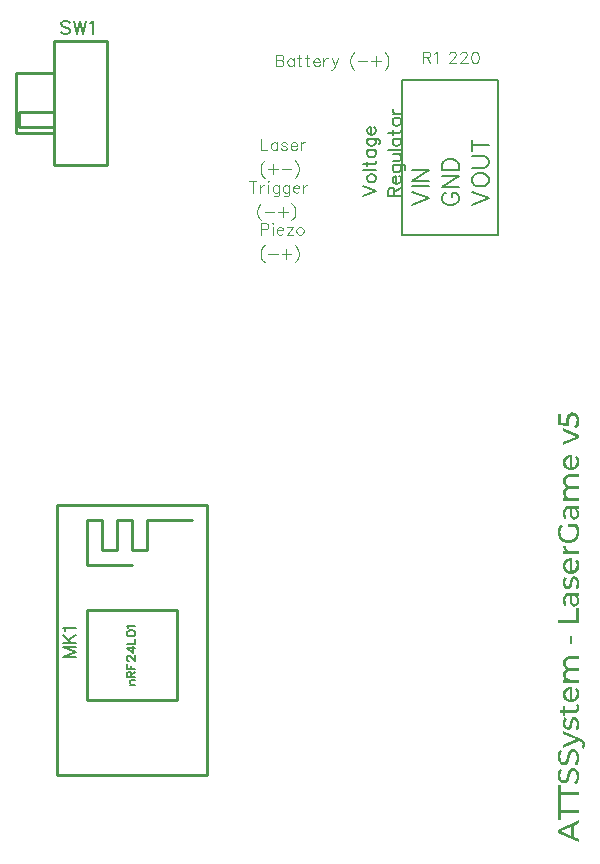
<source format=gto>
G04 ---------------------------- Layer name :TOP SILK LAYER*
G04 EasyEDA v5.6.15, Mon, 30 Jul 2018 20:20:11 GMT*
G04 7679f8372ec74d379c0269816b79f434*
G04 Gerber Generator version 0.2*
G04 Scale: 100 percent, Rotated: No, Reflected: No *
G04 Dimensions in inches *
G04 leading zeros omitted , absolute positions ,2 integer and 4 decimal *
%FSLAX24Y24*%
%MOIN*%
G90*
G70D02*

%ADD10C,0.005000*%
%ADD11C,0.010000*%
%ADD22C,0.007000*%
%ADD23C,0.008000*%
%ADD24C,0.004000*%

%LPD*%
G54D10*
G01X13002Y20598D02*
G01X13002Y25748D01*
G01X16202Y25748D01*
G01X16202Y20598D01*
G01X13002Y20598D01*
G54D11*
G01X1500Y2600D02*
G01X6500Y2600D01*
G01X1500Y2600D02*
G01X1500Y11600D01*
G01X6500Y2600D02*
G01X6500Y11600D01*
G01X1500Y11600D01*
G01X4000Y9600D02*
G01X2500Y9600D01*
G01X2500Y11100D01*
G01X3000Y11100D01*
G01X3000Y10100D01*
G01X3500Y10100D01*
G01X3500Y11100D01*
G01X4000Y11100D01*
G01X4000Y10100D01*
G01X4500Y10100D01*
G01X4500Y11100D01*
G01X6000Y11100D01*
G01X2500Y5100D02*
G01X5500Y5100D01*
G01X5500Y8100D01*
G01X2500Y8100D01*
G01X2500Y5100D01*
G01X3185Y22920D02*
G01X3185Y23018D01*
G01X3185Y27054D01*
G01X1414Y27054D01*
G01X1414Y22920D01*
G01X3185Y22920D01*
G01X1414Y24003D02*
G01X134Y24003D01*
G01X134Y25971D01*
G01X1414Y25971D01*
G01X1414Y24200D02*
G01X233Y24200D01*
G01X233Y24692D01*
G01X1414Y24692D01*
G54D22*
G01X11700Y21878D02*
G01X12129Y22042D01*
G01X11700Y22205D02*
G01X12129Y22042D01*
G01X11843Y22444D02*
G01X11863Y22403D01*
G01X11904Y22361D01*
G01X11965Y22340D01*
G01X12006Y22340D01*
G01X12068Y22361D01*
G01X12109Y22403D01*
G01X12129Y22444D01*
G01X12129Y22505D01*
G01X12109Y22546D01*
G01X12068Y22586D01*
G01X12006Y22607D01*
G01X11965Y22607D01*
G01X11904Y22586D01*
G01X11863Y22546D01*
G01X11843Y22505D01*
G01X11843Y22444D01*
G01X11700Y22742D02*
G01X12129Y22742D01*
G01X11700Y22938D02*
G01X12047Y22938D01*
G01X12109Y22959D01*
G01X12129Y23000D01*
G01X12129Y23040D01*
G01X11843Y22877D02*
G01X11843Y23019D01*
G01X11843Y23421D02*
G01X12129Y23421D01*
G01X11904Y23421D02*
G01X11863Y23380D01*
G01X11843Y23338D01*
G01X11843Y23278D01*
G01X11863Y23236D01*
G01X11904Y23196D01*
G01X11965Y23176D01*
G01X12006Y23176D01*
G01X12068Y23196D01*
G01X12109Y23236D01*
G01X12129Y23278D01*
G01X12129Y23338D01*
G01X12109Y23380D01*
G01X12068Y23421D01*
G01X11843Y23802D02*
G01X12170Y23802D01*
G01X12231Y23780D01*
G01X12252Y23761D01*
G01X12272Y23719D01*
G01X12272Y23659D01*
G01X12252Y23617D01*
G01X11904Y23802D02*
G01X11863Y23761D01*
G01X11843Y23719D01*
G01X11843Y23659D01*
G01X11863Y23617D01*
G01X11904Y23577D01*
G01X11965Y23555D01*
G01X12006Y23555D01*
G01X12068Y23577D01*
G01X12109Y23617D01*
G01X12129Y23659D01*
G01X12129Y23719D01*
G01X12109Y23761D01*
G01X12068Y23802D01*
G01X11965Y23936D02*
G01X11965Y24182D01*
G01X11925Y24182D01*
G01X11884Y24161D01*
G01X11863Y24140D01*
G01X11843Y24100D01*
G01X11843Y24038D01*
G01X11863Y23998D01*
G01X11904Y23957D01*
G01X11965Y23936D01*
G01X12006Y23936D01*
G01X12068Y23957D01*
G01X12109Y23998D01*
G01X12129Y24038D01*
G01X12129Y24100D01*
G01X12109Y24140D01*
G01X12068Y24182D01*
G01X12550Y21878D02*
G01X12979Y21878D01*
G01X12550Y21878D02*
G01X12550Y22063D01*
G01X12570Y22123D01*
G01X12590Y22144D01*
G01X12631Y22165D01*
G01X12672Y22165D01*
G01X12713Y22144D01*
G01X12734Y22123D01*
G01X12754Y22063D01*
G01X12754Y21878D01*
G01X12754Y22021D02*
G01X12979Y22165D01*
G01X12815Y22300D02*
G01X12815Y22546D01*
G01X12775Y22546D01*
G01X12734Y22525D01*
G01X12713Y22505D01*
G01X12693Y22463D01*
G01X12693Y22403D01*
G01X12713Y22361D01*
G01X12754Y22321D01*
G01X12815Y22300D01*
G01X12856Y22300D01*
G01X12918Y22321D01*
G01X12959Y22361D01*
G01X12979Y22403D01*
G01X12979Y22463D01*
G01X12959Y22505D01*
G01X12918Y22546D01*
G01X12693Y22926D02*
G01X13020Y22926D01*
G01X13081Y22905D01*
G01X13102Y22884D01*
G01X13122Y22844D01*
G01X13122Y22782D01*
G01X13102Y22742D01*
G01X12754Y22926D02*
G01X12713Y22884D01*
G01X12693Y22844D01*
G01X12693Y22782D01*
G01X12713Y22742D01*
G01X12754Y22701D01*
G01X12815Y22680D01*
G01X12856Y22680D01*
G01X12918Y22701D01*
G01X12959Y22742D01*
G01X12979Y22782D01*
G01X12979Y22844D01*
G01X12959Y22884D01*
G01X12918Y22926D01*
G01X12693Y23061D02*
G01X12897Y23061D01*
G01X12959Y23082D01*
G01X12979Y23123D01*
G01X12979Y23184D01*
G01X12959Y23225D01*
G01X12897Y23286D01*
G01X12693Y23286D02*
G01X12979Y23286D01*
G01X12550Y23421D02*
G01X12979Y23421D01*
G01X12693Y23802D02*
G01X12979Y23802D01*
G01X12754Y23802D02*
G01X12713Y23761D01*
G01X12693Y23719D01*
G01X12693Y23659D01*
G01X12713Y23617D01*
G01X12754Y23577D01*
G01X12815Y23555D01*
G01X12856Y23555D01*
G01X12918Y23577D01*
G01X12959Y23617D01*
G01X12979Y23659D01*
G01X12979Y23719D01*
G01X12959Y23761D01*
G01X12918Y23802D01*
G01X12550Y23998D02*
G01X12897Y23998D01*
G01X12959Y24019D01*
G01X12979Y24059D01*
G01X12979Y24100D01*
G01X12693Y23936D02*
G01X12693Y24080D01*
G01X12693Y24338D02*
G01X12713Y24296D01*
G01X12754Y24255D01*
G01X12815Y24234D01*
G01X12856Y24234D01*
G01X12918Y24255D01*
G01X12959Y24296D01*
G01X12979Y24338D01*
G01X12979Y24398D01*
G01X12959Y24440D01*
G01X12918Y24480D01*
G01X12856Y24501D01*
G01X12815Y24501D01*
G01X12754Y24480D01*
G01X12713Y24440D01*
G01X12693Y24398D01*
G01X12693Y24338D01*
G01X12693Y24636D02*
G01X12979Y24636D01*
G01X12815Y24636D02*
G01X12754Y24657D01*
G01X12713Y24698D01*
G01X12693Y24738D01*
G01X12693Y24800D01*
G54D23*
G01X13332Y21590D02*
G01X13905Y21807D01*
G01X13332Y22026D02*
G01X13905Y21807D01*
G01X13332Y22205D02*
G01X13905Y22205D01*
G01X13332Y22386D02*
G01X13905Y22386D01*
G01X13332Y22386D02*
G01X13905Y22767D01*
G01X13332Y22767D02*
G01X13905Y22767D01*
G01X14468Y21998D02*
G01X14414Y21971D01*
G01X14360Y21917D01*
G01X14332Y21863D01*
G01X14332Y21753D01*
G01X14360Y21698D01*
G01X14414Y21644D01*
G01X14468Y21617D01*
G01X14551Y21590D01*
G01X14686Y21590D01*
G01X14768Y21617D01*
G01X14823Y21644D01*
G01X14877Y21698D01*
G01X14905Y21753D01*
G01X14905Y21863D01*
G01X14877Y21917D01*
G01X14823Y21971D01*
G01X14768Y21998D01*
G01X14686Y21998D01*
G01X14686Y21863D02*
G01X14686Y21998D01*
G01X14332Y22178D02*
G01X14905Y22178D01*
G01X14332Y22178D02*
G01X14905Y22561D01*
G01X14332Y22561D02*
G01X14905Y22561D01*
G01X14332Y22740D02*
G01X14905Y22740D01*
G01X14332Y22740D02*
G01X14332Y22932D01*
G01X14360Y23013D01*
G01X14414Y23067D01*
G01X14468Y23094D01*
G01X14551Y23123D01*
G01X14686Y23123D01*
G01X14768Y23094D01*
G01X14823Y23067D01*
G01X14877Y23013D01*
G01X14905Y22932D01*
G01X14905Y22740D01*
G01X15332Y21590D02*
G01X15905Y21807D01*
G01X15332Y22026D02*
G01X15905Y21807D01*
G01X15332Y22369D02*
G01X15360Y22315D01*
G01X15414Y22261D01*
G01X15468Y22234D01*
G01X15551Y22205D01*
G01X15686Y22205D01*
G01X15768Y22234D01*
G01X15823Y22261D01*
G01X15877Y22315D01*
G01X15905Y22369D01*
G01X15905Y22478D01*
G01X15877Y22534D01*
G01X15823Y22588D01*
G01X15768Y22615D01*
G01X15686Y22642D01*
G01X15551Y22642D01*
G01X15468Y22615D01*
G01X15414Y22588D01*
G01X15360Y22534D01*
G01X15332Y22478D01*
G01X15332Y22369D01*
G01X15332Y22823D02*
G01X15742Y22823D01*
G01X15823Y22850D01*
G01X15877Y22905D01*
G01X15905Y22986D01*
G01X15905Y23040D01*
G01X15877Y23123D01*
G01X15823Y23177D01*
G01X15742Y23205D01*
G01X15332Y23205D01*
G01X15332Y23575D02*
G01X15905Y23575D01*
G01X15332Y23384D02*
G01X15332Y23765D01*
G54D22*
G01X1700Y6513D02*
G01X2129Y6513D01*
G01X1700Y6513D02*
G01X2129Y6677D01*
G01X1700Y6840D02*
G01X2129Y6677D01*
G01X1700Y6840D02*
G01X2129Y6840D01*
G01X1700Y6975D02*
G01X2129Y6975D01*
G01X1700Y7262D02*
G01X1986Y6975D01*
G01X1884Y7078D02*
G01X2129Y7262D01*
G01X1781Y7397D02*
G01X1761Y7438D01*
G01X1700Y7499D01*
G01X2129Y7499D01*
G54D10*
G01X3932Y5600D02*
G01X4123Y5600D01*
G01X3986Y5600D02*
G01X3944Y5640D01*
G01X3932Y5667D01*
G01X3932Y5709D01*
G01X3944Y5736D01*
G01X3986Y5750D01*
G01X4123Y5750D01*
G01X3836Y5840D02*
G01X4123Y5840D01*
G01X3836Y5840D02*
G01X3836Y5963D01*
G01X3850Y6003D01*
G01X3863Y6017D01*
G01X3890Y6030D01*
G01X3917Y6030D01*
G01X3944Y6017D01*
G01X3959Y6003D01*
G01X3973Y5963D01*
G01X3973Y5840D01*
G01X3973Y5934D02*
G01X4123Y6030D01*
G01X3836Y6121D02*
G01X4123Y6121D01*
G01X3836Y6121D02*
G01X3836Y6298D01*
G01X3973Y6121D02*
G01X3973Y6230D01*
G01X3905Y6401D02*
G01X3890Y6401D01*
G01X3863Y6415D01*
G01X3850Y6428D01*
G01X3836Y6455D01*
G01X3836Y6511D01*
G01X3850Y6538D01*
G01X3863Y6551D01*
G01X3890Y6565D01*
G01X3917Y6565D01*
G01X3944Y6551D01*
G01X3986Y6525D01*
G01X4123Y6388D01*
G01X4123Y6578D01*
G01X3836Y6805D02*
G01X4026Y6669D01*
G01X4026Y6873D01*
G01X3836Y6805D02*
G01X4123Y6805D01*
G01X3836Y6963D02*
G01X4123Y6963D01*
G01X4123Y6963D02*
G01X4123Y7126D01*
G01X3836Y7298D02*
G01X3850Y7257D01*
G01X3890Y7230D01*
G01X3959Y7217D01*
G01X4000Y7217D01*
G01X4067Y7230D01*
G01X4109Y7257D01*
G01X4123Y7298D01*
G01X4123Y7326D01*
G01X4109Y7367D01*
G01X4067Y7394D01*
G01X4000Y7407D01*
G01X3959Y7407D01*
G01X3890Y7394D01*
G01X3850Y7367D01*
G01X3836Y7326D01*
G01X3836Y7298D01*
G01X3890Y7498D02*
G01X3876Y7525D01*
G01X3836Y7565D01*
G01X4123Y7565D01*
G54D22*
G01X1936Y27659D02*
G01X1894Y27700D01*
G01X1834Y27719D01*
G01X1751Y27719D01*
G01X1690Y27700D01*
G01X1650Y27659D01*
G01X1650Y27617D01*
G01X1669Y27577D01*
G01X1690Y27557D01*
G01X1732Y27536D01*
G01X1855Y27494D01*
G01X1894Y27475D01*
G01X1915Y27453D01*
G01X1936Y27413D01*
G01X1936Y27352D01*
G01X1894Y27311D01*
G01X1834Y27290D01*
G01X1751Y27290D01*
G01X1690Y27311D01*
G01X1650Y27352D01*
G01X2071Y27719D02*
G01X2173Y27290D01*
G01X2276Y27719D02*
G01X2173Y27290D01*
G01X2276Y27719D02*
G01X2378Y27290D01*
G01X2480Y27719D02*
G01X2378Y27290D01*
G01X2615Y27638D02*
G01X2655Y27659D01*
G01X2717Y27719D01*
G01X2717Y27290D01*

%LPD*%
G36*
G01X18907Y444D02*
G01X18907Y342D01*
G01X18207Y659D01*
G01X18207Y757D01*
G01X18907Y1076D01*
G01X18907Y971D01*
G01X18732Y894D01*
G01X18732Y521D01*
G01X18907Y444D01*
G37*

%LPC*%
G36*
G01X18310Y707D02*
G01X18652Y557D01*
G01X18652Y859D01*
G01X18310Y707D01*
G37*

%LPD*%
G36*
G01X18294Y1078D02*
G01X18207Y1078D01*
G01X18207Y1657D01*
G01X18294Y1657D01*
G01X18294Y1417D01*
G01X18907Y1417D01*
G01X18907Y1319D01*
G01X18294Y1319D01*
G01X18294Y1078D01*
G37*

%LPC*%

%LPD*%
G36*
G01X18294Y1665D02*
G01X18207Y1665D01*
G01X18207Y2244D01*
G01X18294Y2244D01*
G01X18294Y2005D01*
G01X18907Y2005D01*
G01X18907Y1905D01*
G01X18294Y1905D01*
G01X18294Y1665D01*
G37*

%LPC*%

%LPD*%
G36*
G01X18863Y2340D02*
G01X18827Y2290D01*
G01X18750Y2326D01*
G01X18782Y2372D01*
G01X18807Y2430D01*
G01X18825Y2492D01*
G01X18831Y2557D01*
G01X18823Y2634D01*
G01X18801Y2688D01*
G01X18767Y2720D01*
G01X18722Y2730D01*
G01X18705Y2729D01*
G01X18690Y2725D01*
G01X18676Y2717D01*
G01X18664Y2707D01*
G01X18653Y2695D01*
G01X18644Y2681D01*
G01X18636Y2666D01*
G01X18630Y2650D01*
G01X18617Y2607D01*
G01X18602Y2551D01*
G01X18584Y2480D01*
G01X18564Y2425D01*
G01X18540Y2379D01*
G01X18506Y2342D01*
G01X18460Y2315D01*
G01X18400Y2307D01*
G01X18346Y2314D01*
G01X18298Y2336D01*
G01X18258Y2373D01*
G01X18227Y2426D01*
G01X18215Y2457D01*
G01X18206Y2493D01*
G01X18201Y2532D01*
G01X18200Y2575D01*
G01X18203Y2636D01*
G01X18215Y2696D01*
G01X18235Y2752D01*
G01X18261Y2800D01*
G01X18342Y2767D01*
G01X18317Y2721D01*
G01X18298Y2673D01*
G01X18292Y2648D01*
G01X18288Y2623D01*
G01X18285Y2599D01*
G01X18285Y2575D01*
G01X18292Y2500D01*
G01X18315Y2448D01*
G01X18351Y2415D01*
G01X18396Y2405D01*
G01X18413Y2406D01*
G01X18428Y2411D01*
G01X18442Y2418D01*
G01X18453Y2428D01*
G01X18464Y2441D01*
G01X18474Y2455D01*
G01X18482Y2471D01*
G01X18489Y2488D01*
G01X18495Y2508D01*
G01X18502Y2530D01*
G01X18509Y2556D01*
G01X18515Y2584D01*
G01X18535Y2656D01*
G01X18553Y2711D01*
G01X18577Y2756D01*
G01X18611Y2794D01*
G01X18657Y2820D01*
G01X18717Y2828D01*
G01X18769Y2821D01*
G01X18817Y2798D01*
G01X18857Y2761D01*
G01X18889Y2707D01*
G01X18900Y2675D01*
G01X18909Y2640D01*
G01X18914Y2600D01*
G01X18915Y2557D01*
G01X18914Y2518D01*
G01X18909Y2480D01*
G01X18902Y2442D01*
G01X18890Y2405D01*
G01X18863Y2340D01*
G37*

%LPC*%

%LPD*%
G36*
G01X18863Y2961D02*
G01X18827Y2911D01*
G01X18750Y2948D01*
G01X18782Y2993D01*
G01X18807Y3051D01*
G01X18825Y3113D01*
G01X18831Y3178D01*
G01X18823Y3255D01*
G01X18801Y3309D01*
G01X18767Y3341D01*
G01X18722Y3351D01*
G01X18705Y3350D01*
G01X18690Y3346D01*
G01X18676Y3338D01*
G01X18664Y3328D01*
G01X18653Y3316D01*
G01X18644Y3302D01*
G01X18636Y3287D01*
G01X18630Y3271D01*
G01X18617Y3228D01*
G01X18602Y3173D01*
G01X18584Y3101D01*
G01X18564Y3046D01*
G01X18540Y3000D01*
G01X18506Y2963D01*
G01X18460Y2936D01*
G01X18400Y2928D01*
G01X18346Y2935D01*
G01X18298Y2957D01*
G01X18258Y2994D01*
G01X18227Y3046D01*
G01X18215Y3078D01*
G01X18206Y3114D01*
G01X18201Y3153D01*
G01X18200Y3196D01*
G01X18203Y3257D01*
G01X18215Y3317D01*
G01X18235Y3373D01*
G01X18261Y3421D01*
G01X18342Y3388D01*
G01X18317Y3342D01*
G01X18298Y3294D01*
G01X18292Y3269D01*
G01X18288Y3244D01*
G01X18285Y3220D01*
G01X18285Y3196D01*
G01X18292Y3121D01*
G01X18315Y3069D01*
G01X18351Y3036D01*
G01X18396Y3026D01*
G01X18413Y3027D01*
G01X18428Y3032D01*
G01X18442Y3039D01*
G01X18453Y3050D01*
G01X18464Y3062D01*
G01X18474Y3076D01*
G01X18482Y3092D01*
G01X18489Y3109D01*
G01X18495Y3129D01*
G01X18502Y3151D01*
G01X18509Y3177D01*
G01X18515Y3205D01*
G01X18535Y3277D01*
G01X18553Y3332D01*
G01X18577Y3377D01*
G01X18611Y3415D01*
G01X18657Y3441D01*
G01X18717Y3450D01*
G01X18769Y3442D01*
G01X18817Y3419D01*
G01X18857Y3382D01*
G01X18889Y3328D01*
G01X18900Y3296D01*
G01X18909Y3261D01*
G01X18914Y3221D01*
G01X18915Y3178D01*
G01X18914Y3139D01*
G01X18909Y3101D01*
G01X18902Y3063D01*
G01X18890Y3026D01*
G01X18863Y2961D01*
G37*

%LPC*%

%LPD*%
G36*
G01X19070Y3481D02*
G01X19059Y3469D01*
G01X18986Y3509D01*
G01X19016Y3554D01*
G01X19026Y3605D01*
G01X19024Y3621D01*
G01X19021Y3637D01*
G01X19015Y3651D01*
G01X19006Y3663D01*
G01X18996Y3675D01*
G01X18982Y3686D01*
G01X18964Y3696D01*
G01X18943Y3705D01*
G01X18906Y3723D01*
G01X18377Y3488D01*
G01X18377Y3588D01*
G01X18802Y3773D01*
G01X18377Y3957D01*
G01X18377Y4051D01*
G01X18960Y3794D01*
G01X19030Y3757D01*
G01X19075Y3715D01*
G01X19099Y3664D01*
G01X19107Y3605D01*
G01X19107Y3585D01*
G01X19104Y3566D01*
G01X19100Y3548D01*
G01X19094Y3530D01*
G01X19088Y3512D01*
G01X19080Y3496D01*
G01X19070Y3481D01*
G37*

%LPC*%

%LPD*%
G36*
G01X18876Y4114D02*
G01X18852Y4073D01*
G01X18776Y4113D01*
G01X18787Y4132D01*
G01X18798Y4152D01*
G01X18807Y4175D01*
G01X18815Y4198D01*
G01X18827Y4249D01*
G01X18831Y4300D01*
G01X18826Y4355D01*
G01X18813Y4394D01*
G01X18790Y4418D01*
G01X18759Y4426D01*
G01X18747Y4425D01*
G01X18737Y4421D01*
G01X18728Y4416D01*
G01X18721Y4409D01*
G01X18714Y4400D01*
G01X18708Y4390D01*
G01X18703Y4378D01*
G01X18700Y4367D01*
G01X18696Y4352D01*
G01X18693Y4335D01*
G01X18689Y4316D01*
G01X18685Y4294D01*
G01X18675Y4236D01*
G01X18663Y4190D01*
G01X18655Y4170D01*
G01X18645Y4151D01*
G01X18633Y4135D01*
G01X18618Y4119D01*
G01X18602Y4107D01*
G01X18581Y4098D01*
G01X18558Y4092D01*
G01X18531Y4090D01*
G01X18467Y4105D01*
G01X18415Y4151D01*
G01X18397Y4183D01*
G01X18383Y4221D01*
G01X18375Y4263D01*
G01X18372Y4311D01*
G01X18376Y4365D01*
G01X18385Y4417D01*
G01X18393Y4443D01*
G01X18401Y4466D01*
G01X18410Y4486D01*
G01X18421Y4505D01*
G01X18497Y4463D01*
G01X18478Y4430D01*
G01X18465Y4393D01*
G01X18457Y4353D01*
G01X18455Y4311D01*
G01X18456Y4282D01*
G01X18460Y4257D01*
G01X18466Y4235D01*
G01X18475Y4217D01*
G01X18485Y4203D01*
G01X18498Y4194D01*
G01X18512Y4188D01*
G01X18527Y4186D01*
G01X18540Y4187D01*
G01X18551Y4190D01*
G01X18560Y4196D01*
G01X18568Y4203D01*
G01X18576Y4213D01*
G01X18581Y4224D01*
G01X18586Y4236D01*
G01X18590Y4248D01*
G01X18594Y4263D01*
G01X18598Y4280D01*
G01X18602Y4300D01*
G01X18606Y4323D01*
G01X18618Y4380D01*
G01X18630Y4426D01*
G01X18637Y4445D01*
G01X18647Y4463D01*
G01X18659Y4479D01*
G01X18672Y4494D01*
G01X18689Y4506D01*
G01X18709Y4515D01*
G01X18731Y4520D01*
G01X18756Y4521D01*
G01X18821Y4506D01*
G01X18871Y4461D01*
G01X18889Y4427D01*
G01X18903Y4388D01*
G01X18911Y4343D01*
G01X18914Y4292D01*
G01X18909Y4229D01*
G01X18896Y4167D01*
G01X18876Y4114D01*
G37*

%LPC*%

%LPD*%
G36*
G01X18456Y4565D02*
G01X18377Y4565D01*
G01X18377Y4655D01*
G01X18261Y4655D01*
G01X18261Y4751D01*
G01X18377Y4751D01*
G01X18377Y4903D01*
G01X18456Y4903D01*
G01X18456Y4751D01*
G01X18743Y4751D01*
G01X18764Y4753D01*
G01X18781Y4757D01*
G01X18797Y4764D01*
G01X18810Y4773D01*
G01X18819Y4785D01*
G01X18827Y4799D01*
G01X18831Y4816D01*
G01X18832Y4834D01*
G01X18831Y4856D01*
G01X18826Y4875D01*
G01X18818Y4893D01*
G01X18807Y4909D01*
G01X18877Y4940D01*
G01X18885Y4928D01*
G01X18892Y4916D01*
G01X18898Y4902D01*
G01X18903Y4888D01*
G01X18908Y4872D01*
G01X18911Y4856D01*
G01X18913Y4840D01*
G01X18914Y4823D01*
G01X18903Y4753D01*
G01X18871Y4700D01*
G01X18818Y4667D01*
G01X18747Y4655D01*
G01X18456Y4655D01*
G01X18456Y4565D01*
G37*

%LPC*%

%LPD*%
G36*
G01X18717Y5015D02*
G01X18643Y5007D01*
G01X18569Y5015D01*
G01X18503Y5042D01*
G01X18448Y5082D01*
G01X18406Y5136D01*
G01X18381Y5201D01*
G01X18372Y5273D01*
G01X18381Y5344D01*
G01X18406Y5409D01*
G01X18448Y5461D01*
G01X18503Y5501D01*
G01X18536Y5516D01*
G01X18570Y5526D01*
G01X18607Y5532D01*
G01X18646Y5534D01*
G01X18652Y5534D01*
G01X18658Y5534D01*
G01X18666Y5533D01*
G01X18675Y5532D01*
G01X18675Y5103D01*
G01X18738Y5123D01*
G01X18786Y5165D01*
G01X18819Y5223D01*
G01X18830Y5294D01*
G01X18826Y5340D01*
G01X18814Y5380D01*
G01X18793Y5416D01*
G01X18765Y5448D01*
G01X18827Y5501D01*
G01X18864Y5460D01*
G01X18892Y5411D01*
G01X18908Y5355D01*
G01X18914Y5292D01*
G01X18911Y5251D01*
G01X18905Y5212D01*
G01X18894Y5176D01*
G01X18878Y5142D01*
G01X18838Y5085D01*
G01X18782Y5042D01*
G01X18717Y5015D01*
G37*

%LPC*%
G36*
G01X18544Y5120D02*
G01X18606Y5103D01*
G01X18606Y5442D01*
G01X18544Y5425D01*
G01X18496Y5388D01*
G01X18464Y5336D01*
G01X18453Y5273D01*
G01X18464Y5209D01*
G01X18496Y5157D01*
G01X18544Y5120D01*
G37*

%LPD*%
G36*
G01X18907Y5667D02*
G01X18377Y5667D01*
G01X18377Y5759D01*
G01X18456Y5759D01*
G01X18420Y5793D01*
G01X18393Y5836D01*
G01X18378Y5886D01*
G01X18372Y5942D01*
G01X18379Y6001D01*
G01X18397Y6053D01*
G01X18428Y6095D01*
G01X18471Y6126D01*
G01X18430Y6163D01*
G01X18398Y6211D01*
G01X18379Y6267D01*
G01X18372Y6330D01*
G01X18376Y6378D01*
G01X18387Y6420D01*
G01X18405Y6457D01*
G01X18431Y6490D01*
G01X18463Y6515D01*
G01X18502Y6533D01*
G01X18549Y6544D01*
G01X18602Y6548D01*
G01X18907Y6548D01*
G01X18907Y6451D01*
G01X18614Y6451D01*
G01X18546Y6443D01*
G01X18497Y6417D01*
G01X18468Y6373D01*
G01X18459Y6315D01*
G01X18470Y6249D01*
G01X18503Y6198D01*
G01X18559Y6166D01*
G01X18635Y6155D01*
G01X18907Y6155D01*
G01X18907Y6059D01*
G01X18614Y6059D01*
G01X18546Y6051D01*
G01X18497Y6025D01*
G01X18468Y5981D01*
G01X18459Y5923D01*
G01X18470Y5857D01*
G01X18503Y5807D01*
G01X18559Y5774D01*
G01X18635Y5763D01*
G01X18907Y5763D01*
G01X18907Y5667D01*
G37*

%LPC*%

%LPD*%
G36*
G01X18675Y6959D02*
G01X18592Y6959D01*
G01X18592Y7228D01*
G01X18675Y7228D01*
G01X18675Y6959D01*
G37*

%LPC*%

%LPD*%
G36*
G01X18907Y7659D02*
G01X18207Y7659D01*
G01X18207Y7759D01*
G01X18821Y7759D01*
G01X18821Y8138D01*
G01X18907Y8138D01*
G01X18907Y7659D01*
G37*

%LPC*%

%LPD*%
G36*
G01X18821Y8212D02*
G01X18757Y8198D01*
G01X18694Y8211D01*
G01X18644Y8250D01*
G01X18626Y8279D01*
G01X18613Y8315D01*
G01X18605Y8360D01*
G01X18602Y8411D01*
G01X18602Y8563D01*
G01X18584Y8563D01*
G01X18529Y8555D01*
G01X18489Y8528D01*
G01X18464Y8483D01*
G01X18456Y8421D01*
G01X18456Y8398D01*
G01X18459Y8375D01*
G01X18464Y8352D01*
G01X18471Y8330D01*
G01X18479Y8308D01*
G01X18489Y8288D01*
G01X18500Y8270D01*
G01X18513Y8253D01*
G01X18440Y8213D01*
G01X18411Y8259D01*
G01X18389Y8311D01*
G01X18377Y8370D01*
G01X18372Y8432D01*
G01X18376Y8484D01*
G01X18386Y8530D01*
G01X18403Y8569D01*
G01X18427Y8601D01*
G01X18457Y8627D01*
G01X18494Y8645D01*
G01X18537Y8656D01*
G01X18588Y8659D01*
G01X18907Y8659D01*
G01X18907Y8569D01*
G01X18838Y8569D01*
G01X18855Y8555D01*
G01X18870Y8540D01*
G01X18883Y8521D01*
G01X18893Y8501D01*
G01X18909Y8451D01*
G01X18914Y8394D01*
G01X18911Y8352D01*
G01X18903Y8315D01*
G01X18889Y8281D01*
G01X18871Y8253D01*
G01X18821Y8212D01*
G37*

%LPC*%
G36*
G01X18718Y8301D02*
G01X18753Y8294D01*
G01X18772Y8296D01*
G01X18789Y8301D01*
G01X18804Y8311D01*
G01X18817Y8325D01*
G01X18827Y8342D01*
G01X18834Y8361D01*
G01X18838Y8384D01*
G01X18839Y8411D01*
G01X18833Y8462D01*
G01X18814Y8505D01*
G01X18801Y8524D01*
G01X18785Y8540D01*
G01X18767Y8553D01*
G01X18746Y8563D01*
G01X18672Y8563D01*
G01X18672Y8415D01*
G01X18677Y8362D01*
G01X18692Y8324D01*
G01X18718Y8301D01*
G37*

%LPD*%
G36*
G01X18876Y8811D02*
G01X18852Y8771D01*
G01X18776Y8811D01*
G01X18787Y8829D01*
G01X18798Y8849D01*
G01X18807Y8871D01*
G01X18815Y8896D01*
G01X18827Y8946D01*
G01X18831Y8996D01*
G01X18826Y9052D01*
G01X18813Y9091D01*
G01X18790Y9115D01*
G01X18759Y9123D01*
G01X18747Y9121D01*
G01X18737Y9118D01*
G01X18728Y9113D01*
G01X18721Y9105D01*
G01X18714Y9096D01*
G01X18708Y9086D01*
G01X18703Y9076D01*
G01X18700Y9063D01*
G01X18696Y9049D01*
G01X18693Y9032D01*
G01X18689Y9013D01*
G01X18685Y8990D01*
G01X18675Y8932D01*
G01X18663Y8886D01*
G01X18655Y8867D01*
G01X18645Y8848D01*
G01X18633Y8832D01*
G01X18618Y8817D01*
G01X18602Y8804D01*
G01X18581Y8795D01*
G01X18558Y8789D01*
G01X18531Y8788D01*
G01X18467Y8803D01*
G01X18415Y8848D01*
G01X18397Y8880D01*
G01X18383Y8918D01*
G01X18375Y8961D01*
G01X18372Y9009D01*
G01X18376Y9061D01*
G01X18385Y9115D01*
G01X18393Y9140D01*
G01X18401Y9163D01*
G01X18410Y9183D01*
G01X18421Y9201D01*
G01X18497Y9161D01*
G01X18478Y9126D01*
G01X18465Y9090D01*
G01X18457Y9050D01*
G01X18455Y9007D01*
G01X18456Y8979D01*
G01X18460Y8954D01*
G01X18466Y8932D01*
G01X18475Y8915D01*
G01X18485Y8901D01*
G01X18498Y8890D01*
G01X18512Y8884D01*
G01X18527Y8882D01*
G01X18540Y8884D01*
G01X18551Y8887D01*
G01X18560Y8893D01*
G01X18568Y8901D01*
G01X18576Y8910D01*
G01X18581Y8921D01*
G01X18586Y8932D01*
G01X18590Y8946D01*
G01X18594Y8960D01*
G01X18598Y8977D01*
G01X18602Y8997D01*
G01X18606Y9019D01*
G01X18618Y9078D01*
G01X18630Y9123D01*
G01X18637Y9142D01*
G01X18647Y9160D01*
G01X18659Y9176D01*
G01X18672Y9190D01*
G01X18689Y9203D01*
G01X18709Y9211D01*
G01X18731Y9217D01*
G01X18756Y9219D01*
G01X18821Y9203D01*
G01X18871Y9157D01*
G01X18889Y9124D01*
G01X18903Y9084D01*
G01X18911Y9040D01*
G01X18914Y8990D01*
G01X18909Y8926D01*
G01X18896Y8865D01*
G01X18876Y8811D01*
G37*

%LPC*%

%LPD*%
G36*
G01X18717Y9298D02*
G01X18643Y9290D01*
G01X18569Y9298D01*
G01X18503Y9325D01*
G01X18448Y9365D01*
G01X18406Y9419D01*
G01X18381Y9484D01*
G01X18372Y9555D01*
G01X18381Y9628D01*
G01X18406Y9692D01*
G01X18448Y9744D01*
G01X18503Y9784D01*
G01X18536Y9799D01*
G01X18570Y9809D01*
G01X18607Y9815D01*
G01X18646Y9817D01*
G01X18652Y9817D01*
G01X18658Y9817D01*
G01X18666Y9816D01*
G01X18675Y9815D01*
G01X18675Y9386D01*
G01X18738Y9405D01*
G01X18786Y9448D01*
G01X18819Y9506D01*
G01X18830Y9578D01*
G01X18826Y9623D01*
G01X18814Y9663D01*
G01X18793Y9699D01*
G01X18765Y9730D01*
G01X18827Y9784D01*
G01X18864Y9743D01*
G01X18892Y9694D01*
G01X18908Y9638D01*
G01X18914Y9575D01*
G01X18911Y9534D01*
G01X18905Y9495D01*
G01X18894Y9459D01*
G01X18878Y9426D01*
G01X18838Y9368D01*
G01X18782Y9326D01*
G01X18717Y9298D01*
G37*

%LPC*%
G36*
G01X18544Y9403D02*
G01X18606Y9386D01*
G01X18606Y9726D01*
G01X18544Y9708D01*
G01X18496Y9671D01*
G01X18464Y9619D01*
G01X18453Y9555D01*
G01X18464Y9492D01*
G01X18496Y9440D01*
G01X18544Y9403D01*
G37*

%LPD*%
G36*
G01X18907Y9951D02*
G01X18377Y9951D01*
G01X18377Y10042D01*
G01X18467Y10042D01*
G01X18426Y10073D01*
G01X18397Y10117D01*
G01X18378Y10171D01*
G01X18372Y10236D01*
G01X18465Y10236D01*
G01X18465Y10231D01*
G01X18465Y10226D01*
G01X18464Y10220D01*
G01X18464Y10213D01*
G01X18476Y10144D01*
G01X18510Y10092D01*
G01X18536Y10072D01*
G01X18567Y10058D01*
G01X18603Y10049D01*
G01X18643Y10046D01*
G01X18907Y10046D01*
G01X18907Y9951D01*
G37*

%LPC*%

%LPD*%
G36*
G01X18607Y10321D02*
G01X18557Y10317D01*
G01X18508Y10321D01*
G01X18460Y10330D01*
G01X18416Y10345D01*
G01X18373Y10367D01*
G01X18335Y10393D01*
G01X18301Y10424D01*
G01X18271Y10460D01*
G01X18246Y10501D01*
G01X18225Y10544D01*
G01X18211Y10591D01*
G01X18202Y10640D01*
G01X18200Y10692D01*
G01X18201Y10734D01*
G01X18206Y10773D01*
G01X18215Y10810D01*
G01X18227Y10846D01*
G01X18261Y10909D01*
G01X18307Y10961D01*
G01X18369Y10900D01*
G01X18334Y10855D01*
G01X18309Y10807D01*
G01X18293Y10754D01*
G01X18289Y10696D01*
G01X18291Y10657D01*
G01X18297Y10621D01*
G01X18308Y10586D01*
G01X18322Y10553D01*
G01X18364Y10496D01*
G01X18418Y10453D01*
G01X18484Y10426D01*
G01X18557Y10417D01*
G01X18630Y10426D01*
G01X18694Y10453D01*
G01X18750Y10496D01*
G01X18792Y10553D01*
G01X18807Y10586D01*
G01X18818Y10621D01*
G01X18824Y10657D01*
G01X18827Y10696D01*
G01X18824Y10741D01*
G01X18815Y10784D01*
G01X18801Y10823D01*
G01X18781Y10859D01*
G01X18553Y10859D01*
G01X18553Y10955D01*
G01X18827Y10955D01*
G01X18864Y10899D01*
G01X18893Y10834D01*
G01X18910Y10764D01*
G01X18915Y10690D01*
G01X18913Y10639D01*
G01X18904Y10590D01*
G01X18889Y10543D01*
G01X18868Y10500D01*
G01X18843Y10459D01*
G01X18814Y10424D01*
G01X18779Y10393D01*
G01X18740Y10367D01*
G01X18699Y10345D01*
G01X18654Y10330D01*
G01X18607Y10321D01*
G37*

%LPC*%

%LPD*%
G36*
G01X18821Y11105D02*
G01X18757Y11092D01*
G01X18694Y11104D01*
G01X18644Y11142D01*
G01X18626Y11172D01*
G01X18613Y11209D01*
G01X18605Y11253D01*
G01X18602Y11305D01*
G01X18602Y11457D01*
G01X18584Y11457D01*
G01X18529Y11448D01*
G01X18489Y11421D01*
G01X18464Y11376D01*
G01X18456Y11315D01*
G01X18456Y11291D01*
G01X18459Y11268D01*
G01X18464Y11245D01*
G01X18471Y11223D01*
G01X18479Y11201D01*
G01X18489Y11181D01*
G01X18500Y11163D01*
G01X18513Y11146D01*
G01X18440Y11107D01*
G01X18411Y11151D01*
G01X18389Y11205D01*
G01X18377Y11263D01*
G01X18372Y11326D01*
G01X18376Y11377D01*
G01X18386Y11423D01*
G01X18403Y11462D01*
G01X18427Y11494D01*
G01X18457Y11520D01*
G01X18494Y11538D01*
G01X18537Y11549D01*
G01X18588Y11553D01*
G01X18907Y11553D01*
G01X18907Y11461D01*
G01X18838Y11461D01*
G01X18855Y11448D01*
G01X18870Y11432D01*
G01X18883Y11414D01*
G01X18893Y11394D01*
G01X18909Y11344D01*
G01X18914Y11288D01*
G01X18911Y11245D01*
G01X18903Y11207D01*
G01X18889Y11174D01*
G01X18871Y11146D01*
G01X18821Y11105D01*
G37*

%LPC*%
G36*
G01X18718Y11194D02*
G01X18753Y11186D01*
G01X18772Y11188D01*
G01X18789Y11194D01*
G01X18804Y11204D01*
G01X18817Y11217D01*
G01X18827Y11234D01*
G01X18834Y11255D01*
G01X18838Y11278D01*
G01X18839Y11303D01*
G01X18833Y11355D01*
G01X18814Y11398D01*
G01X18801Y11417D01*
G01X18785Y11433D01*
G01X18767Y11446D01*
G01X18746Y11457D01*
G01X18672Y11457D01*
G01X18672Y11309D01*
G01X18677Y11255D01*
G01X18692Y11217D01*
G01X18718Y11194D01*
G37*

%LPD*%
G36*
G01X18907Y11730D02*
G01X18377Y11730D01*
G01X18377Y11823D01*
G01X18456Y11823D01*
G01X18420Y11856D01*
G01X18393Y11898D01*
G01X18378Y11949D01*
G01X18372Y12005D01*
G01X18379Y12064D01*
G01X18397Y12115D01*
G01X18428Y12158D01*
G01X18471Y12190D01*
G01X18430Y12226D01*
G01X18398Y12273D01*
G01X18379Y12330D01*
G01X18372Y12394D01*
G01X18376Y12441D01*
G01X18387Y12483D01*
G01X18405Y12521D01*
G01X18431Y12553D01*
G01X18463Y12578D01*
G01X18502Y12596D01*
G01X18549Y12607D01*
G01X18602Y12611D01*
G01X18907Y12611D01*
G01X18907Y12515D01*
G01X18614Y12515D01*
G01X18546Y12506D01*
G01X18497Y12480D01*
G01X18468Y12436D01*
G01X18459Y12378D01*
G01X18470Y12312D01*
G01X18503Y12261D01*
G01X18559Y12229D01*
G01X18635Y12219D01*
G01X18907Y12219D01*
G01X18907Y12123D01*
G01X18614Y12123D01*
G01X18546Y12114D01*
G01X18497Y12088D01*
G01X18468Y12044D01*
G01X18459Y11986D01*
G01X18470Y11920D01*
G01X18503Y11869D01*
G01X18559Y11837D01*
G01X18635Y11826D01*
G01X18907Y11826D01*
G01X18907Y11730D01*
G37*

%LPC*%

%LPD*%
G36*
G01X18717Y12748D02*
G01X18643Y12738D01*
G01X18569Y12747D01*
G01X18503Y12773D01*
G01X18448Y12814D01*
G01X18406Y12869D01*
G01X18381Y12932D01*
G01X18372Y13005D01*
G01X18381Y13076D01*
G01X18406Y13140D01*
G01X18448Y13193D01*
G01X18503Y13234D01*
G01X18536Y13248D01*
G01X18570Y13258D01*
G01X18607Y13265D01*
G01X18646Y13267D01*
G01X18652Y13266D01*
G01X18658Y13266D01*
G01X18666Y13265D01*
G01X18675Y13265D01*
G01X18675Y12834D01*
G01X18738Y12855D01*
G01X18786Y12896D01*
G01X18819Y12955D01*
G01X18830Y13026D01*
G01X18826Y13072D01*
G01X18814Y13112D01*
G01X18793Y13148D01*
G01X18765Y13180D01*
G01X18827Y13232D01*
G01X18864Y13192D01*
G01X18892Y13144D01*
G01X18908Y13086D01*
G01X18914Y13023D01*
G01X18911Y12983D01*
G01X18905Y12944D01*
G01X18894Y12908D01*
G01X18878Y12875D01*
G01X18838Y12817D01*
G01X18782Y12775D01*
G01X18717Y12748D01*
G37*

%LPC*%
G36*
G01X18544Y12852D02*
G01X18606Y12834D01*
G01X18606Y13175D01*
G01X18544Y13157D01*
G01X18496Y13121D01*
G01X18464Y13068D01*
G01X18453Y13005D01*
G01X18464Y12941D01*
G01X18496Y12890D01*
G01X18544Y12852D01*
G37*

%LPD*%
G36*
G01X18907Y13807D02*
G01X18377Y13576D01*
G01X18377Y13676D01*
G01X18802Y13857D01*
G01X18377Y14044D01*
G01X18377Y14138D01*
G01X18907Y13905D01*
G01X18907Y13807D01*
G37*

%LPC*%

%LPD*%
G36*
G01X18866Y14205D02*
G01X18831Y14153D01*
G01X18752Y14200D01*
G01X18782Y14240D01*
G01X18806Y14292D01*
G01X18821Y14349D01*
G01X18827Y14409D01*
G01X18818Y14480D01*
G01X18793Y14532D01*
G01X18753Y14565D01*
G01X18702Y14576D01*
G01X18646Y14563D01*
G01X18606Y14528D01*
G01X18592Y14499D01*
G01X18581Y14463D01*
G01X18576Y14417D01*
G01X18573Y14363D01*
G01X18573Y14205D01*
G01X18207Y14242D01*
G01X18207Y14636D01*
G01X18294Y14636D01*
G01X18294Y14326D01*
G01X18486Y14307D01*
G01X18486Y14384D01*
G01X18490Y14455D01*
G01X18501Y14515D01*
G01X18518Y14565D01*
G01X18543Y14605D01*
G01X18573Y14636D01*
G01X18610Y14658D01*
G01X18651Y14671D01*
G01X18697Y14676D01*
G01X18756Y14668D01*
G01X18809Y14646D01*
G01X18853Y14609D01*
G01X18886Y14557D01*
G01X18899Y14526D01*
G01X18908Y14491D01*
G01X18914Y14452D01*
G01X18915Y14411D01*
G01X18910Y14338D01*
G01X18893Y14267D01*
G01X18866Y14205D01*
G37*

%LPC*%

%LPD*%
G54D24*
G01X8300Y23800D02*
G01X8300Y23417D01*
G01X8300Y23417D02*
G01X8518Y23417D01*
G01X8856Y23673D02*
G01X8856Y23417D01*
G01X8856Y23617D02*
G01X8819Y23655D01*
G01X8784Y23673D01*
G01X8728Y23673D01*
G01X8693Y23655D01*
G01X8656Y23617D01*
G01X8638Y23563D01*
G01X8638Y23527D01*
G01X8656Y23473D01*
G01X8693Y23436D01*
G01X8728Y23417D01*
G01X8784Y23417D01*
G01X8819Y23436D01*
G01X8856Y23473D01*
G01X9176Y23617D02*
G01X9157Y23655D01*
G01X9103Y23673D01*
G01X9048Y23673D01*
G01X8994Y23655D01*
G01X8976Y23617D01*
G01X8994Y23582D01*
G01X9031Y23563D01*
G01X9122Y23546D01*
G01X9157Y23527D01*
G01X9176Y23490D01*
G01X9176Y23473D01*
G01X9157Y23436D01*
G01X9103Y23417D01*
G01X9048Y23417D01*
G01X8994Y23436D01*
G01X8976Y23473D01*
G01X9296Y23563D02*
G01X9514Y23563D01*
G01X9514Y23600D01*
G01X9496Y23636D01*
G01X9477Y23655D01*
G01X9442Y23673D01*
G01X9386Y23673D01*
G01X9351Y23655D01*
G01X9314Y23617D01*
G01X9296Y23563D01*
G01X9296Y23527D01*
G01X9314Y23473D01*
G01X9351Y23436D01*
G01X9386Y23417D01*
G01X9442Y23417D01*
G01X9477Y23436D01*
G01X9514Y23473D01*
G01X9635Y23673D02*
G01X9635Y23417D01*
G01X9635Y23563D02*
G01X9652Y23617D01*
G01X9689Y23655D01*
G01X9725Y23673D01*
G01X9780Y23673D01*
G01X8427Y23073D02*
G01X8390Y23036D01*
G01X8355Y22982D01*
G01X8318Y22909D01*
G01X8300Y22817D01*
G01X8300Y22746D01*
G01X8318Y22655D01*
G01X8355Y22582D01*
G01X8390Y22527D01*
G01X8427Y22490D01*
G01X8710Y22946D02*
G01X8710Y22617D01*
G01X8547Y22782D02*
G01X8875Y22782D01*
G01X8994Y22782D02*
G01X9322Y22782D01*
G01X9442Y23073D02*
G01X9477Y23036D01*
G01X9514Y22982D01*
G01X9551Y22909D01*
G01X9568Y22817D01*
G01X9568Y22746D01*
G01X9551Y22655D01*
G01X9514Y22582D01*
G01X9477Y22527D01*
G01X9442Y22490D01*
G01X8027Y22382D02*
G01X8027Y22000D01*
G01X7900Y22382D02*
G01X8155Y22382D01*
G01X8275Y22255D02*
G01X8275Y22000D01*
G01X8275Y22146D02*
G01X8293Y22200D01*
G01X8328Y22236D01*
G01X8364Y22255D01*
G01X8419Y22255D01*
G01X8539Y22382D02*
G01X8557Y22363D01*
G01X8576Y22382D01*
G01X8557Y22400D01*
G01X8539Y22382D01*
G01X8557Y22255D02*
G01X8557Y22000D01*
G01X8914Y22255D02*
G01X8914Y21963D01*
G01X8896Y21909D01*
G01X8877Y21890D01*
G01X8842Y21873D01*
G01X8786Y21873D01*
G01X8751Y21890D01*
G01X8914Y22200D02*
G01X8877Y22236D01*
G01X8842Y22255D01*
G01X8786Y22255D01*
G01X8751Y22236D01*
G01X8714Y22200D01*
G01X8696Y22146D01*
G01X8696Y22109D01*
G01X8714Y22055D01*
G01X8751Y22019D01*
G01X8786Y22000D01*
G01X8842Y22000D01*
G01X8877Y22019D01*
G01X8914Y22055D01*
G01X9252Y22255D02*
G01X9252Y21963D01*
G01X9235Y21909D01*
G01X9215Y21890D01*
G01X9180Y21873D01*
G01X9125Y21873D01*
G01X9089Y21890D01*
G01X9252Y22200D02*
G01X9215Y22236D01*
G01X9180Y22255D01*
G01X9125Y22255D01*
G01X9089Y22236D01*
G01X9052Y22200D01*
G01X9035Y22146D01*
G01X9035Y22109D01*
G01X9052Y22055D01*
G01X9089Y22019D01*
G01X9125Y22000D01*
G01X9180Y22000D01*
G01X9215Y22019D01*
G01X9252Y22055D01*
G01X9372Y22146D02*
G01X9590Y22146D01*
G01X9590Y22182D01*
G01X9572Y22219D01*
G01X9555Y22236D01*
G01X9518Y22255D01*
G01X9464Y22255D01*
G01X9427Y22236D01*
G01X9390Y22200D01*
G01X9372Y22146D01*
G01X9372Y22109D01*
G01X9390Y22055D01*
G01X9427Y22019D01*
G01X9464Y22000D01*
G01X9518Y22000D01*
G01X9555Y22019D01*
G01X9590Y22055D01*
G01X9710Y22255D02*
G01X9710Y22000D01*
G01X9710Y22146D02*
G01X9728Y22200D01*
G01X9764Y22236D01*
G01X9802Y22255D01*
G01X9856Y22255D01*
G01X8306Y21655D02*
G01X8271Y21619D01*
G01X8235Y21563D01*
G01X8197Y21490D01*
G01X8180Y21400D01*
G01X8180Y21328D01*
G01X8197Y21236D01*
G01X8235Y21163D01*
G01X8271Y21109D01*
G01X8306Y21073D01*
G01X8427Y21363D02*
G01X8755Y21363D01*
G01X9038Y21528D02*
G01X9038Y21200D01*
G01X8875Y21363D02*
G01X9202Y21363D01*
G01X9322Y21655D02*
G01X9357Y21619D01*
G01X9394Y21563D01*
G01X9431Y21490D01*
G01X9448Y21400D01*
G01X9448Y21328D01*
G01X9431Y21236D01*
G01X9394Y21163D01*
G01X9357Y21109D01*
G01X9322Y21073D01*
G01X8300Y20982D02*
G01X8300Y20600D01*
G01X8300Y20982D02*
G01X8464Y20982D01*
G01X8518Y20963D01*
G01X8535Y20946D01*
G01X8555Y20909D01*
G01X8555Y20855D01*
G01X8535Y20819D01*
G01X8518Y20800D01*
G01X8464Y20782D01*
G01X8300Y20782D01*
G01X8675Y20982D02*
G01X8693Y20963D01*
G01X8710Y20982D01*
G01X8693Y21000D01*
G01X8675Y20982D01*
G01X8693Y20855D02*
G01X8693Y20600D01*
G01X8831Y20746D02*
G01X9048Y20746D01*
G01X9048Y20782D01*
G01X9031Y20819D01*
G01X9013Y20836D01*
G01X8976Y20855D01*
G01X8922Y20855D01*
G01X8885Y20836D01*
G01X8848Y20800D01*
G01X8831Y20746D01*
G01X8831Y20709D01*
G01X8848Y20655D01*
G01X8885Y20619D01*
G01X8922Y20600D01*
G01X8976Y20600D01*
G01X9013Y20619D01*
G01X9048Y20655D01*
G01X9368Y20855D02*
G01X9168Y20600D01*
G01X9168Y20855D02*
G01X9368Y20855D01*
G01X9168Y20600D02*
G01X9368Y20600D01*
G01X9580Y20855D02*
G01X9543Y20836D01*
G01X9506Y20800D01*
G01X9489Y20746D01*
G01X9489Y20709D01*
G01X9506Y20655D01*
G01X9543Y20619D01*
G01X9580Y20600D01*
G01X9635Y20600D01*
G01X9671Y20619D01*
G01X9706Y20655D01*
G01X9725Y20709D01*
G01X9725Y20746D01*
G01X9706Y20800D01*
G01X9671Y20836D01*
G01X9635Y20855D01*
G01X9580Y20855D01*
G01X8427Y20255D02*
G01X8390Y20219D01*
G01X8355Y20163D01*
G01X8318Y20090D01*
G01X8300Y20000D01*
G01X8300Y19928D01*
G01X8318Y19836D01*
G01X8355Y19763D01*
G01X8390Y19709D01*
G01X8427Y19673D01*
G01X8547Y19963D02*
G01X8875Y19963D01*
G01X9157Y20128D02*
G01X9157Y19800D01*
G01X8994Y19963D02*
G01X9322Y19963D01*
G01X9442Y20255D02*
G01X9477Y20219D01*
G01X9514Y20163D01*
G01X9551Y20090D01*
G01X9568Y20000D01*
G01X9568Y19928D01*
G01X9551Y19836D01*
G01X9514Y19763D01*
G01X9477Y19709D01*
G01X9442Y19673D01*
G01X8800Y26600D02*
G01X8800Y26217D01*
G01X8800Y26600D02*
G01X8964Y26600D01*
G01X9018Y26582D01*
G01X9035Y26563D01*
G01X9055Y26527D01*
G01X9055Y26490D01*
G01X9035Y26455D01*
G01X9018Y26436D01*
G01X8964Y26417D01*
G01X8800Y26417D02*
G01X8964Y26417D01*
G01X9018Y26400D01*
G01X9035Y26382D01*
G01X9055Y26346D01*
G01X9055Y26290D01*
G01X9035Y26255D01*
G01X9018Y26236D01*
G01X8964Y26217D01*
G01X8800Y26217D01*
G01X9393Y26473D02*
G01X9393Y26217D01*
G01X9393Y26417D02*
G01X9356Y26455D01*
G01X9319Y26473D01*
G01X9264Y26473D01*
G01X9228Y26455D01*
G01X9193Y26417D01*
G01X9175Y26363D01*
G01X9175Y26327D01*
G01X9193Y26273D01*
G01X9228Y26236D01*
G01X9264Y26217D01*
G01X9319Y26217D01*
G01X9356Y26236D01*
G01X9393Y26273D01*
G01X9567Y26600D02*
G01X9567Y26290D01*
G01X9585Y26236D01*
G01X9622Y26217D01*
G01X9657Y26217D01*
G01X9513Y26473D02*
G01X9639Y26473D01*
G01X9832Y26600D02*
G01X9832Y26290D01*
G01X9851Y26236D01*
G01X9886Y26217D01*
G01X9923Y26217D01*
G01X9777Y26473D02*
G01X9905Y26473D01*
G01X10043Y26363D02*
G01X10261Y26363D01*
G01X10261Y26400D01*
G01X10243Y26436D01*
G01X10225Y26455D01*
G01X10189Y26473D01*
G01X10135Y26473D01*
G01X10097Y26455D01*
G01X10061Y26417D01*
G01X10043Y26363D01*
G01X10043Y26327D01*
G01X10061Y26273D01*
G01X10097Y26236D01*
G01X10135Y26217D01*
G01X10189Y26217D01*
G01X10225Y26236D01*
G01X10261Y26273D01*
G01X10381Y26473D02*
G01X10381Y26217D01*
G01X10381Y26363D02*
G01X10400Y26417D01*
G01X10435Y26455D01*
G01X10472Y26473D01*
G01X10527Y26473D01*
G01X10664Y26473D02*
G01X10775Y26217D01*
G01X10884Y26473D02*
G01X10775Y26217D01*
G01X10738Y26146D01*
G01X10702Y26109D01*
G01X10664Y26090D01*
G01X10647Y26090D01*
G01X11410Y26673D02*
G01X11375Y26636D01*
G01X11338Y26582D01*
G01X11302Y26509D01*
G01X11284Y26417D01*
G01X11284Y26346D01*
G01X11302Y26255D01*
G01X11338Y26182D01*
G01X11375Y26127D01*
G01X11410Y26090D01*
G01X11531Y26382D02*
G01X11857Y26382D01*
G01X12142Y26546D02*
G01X12142Y26217D01*
G01X11977Y26382D02*
G01X12305Y26382D01*
G01X12425Y26673D02*
G01X12461Y26636D01*
G01X12497Y26582D01*
G01X12535Y26509D01*
G01X12552Y26417D01*
G01X12552Y26346D01*
G01X12535Y26255D01*
G01X12497Y26182D01*
G01X12461Y26127D01*
G01X12425Y26090D01*
G01X13700Y26700D02*
G01X13700Y26318D01*
G01X13700Y26700D02*
G01X13864Y26700D01*
G01X13918Y26682D01*
G01X13935Y26664D01*
G01X13955Y26627D01*
G01X13955Y26591D01*
G01X13935Y26555D01*
G01X13918Y26537D01*
G01X13864Y26518D01*
G01X13700Y26518D01*
G01X13827Y26518D02*
G01X13955Y26318D01*
G01X14075Y26627D02*
G01X14110Y26646D01*
G01X14164Y26700D01*
G01X14164Y26318D01*
G01X14584Y26609D02*
G01X14584Y26627D01*
G01X14602Y26664D01*
G01X14619Y26682D01*
G01X14656Y26700D01*
G01X14728Y26700D01*
G01X14764Y26682D01*
G01X14784Y26664D01*
G01X14802Y26627D01*
G01X14802Y26591D01*
G01X14784Y26555D01*
G01X14747Y26500D01*
G01X14564Y26318D01*
G01X14819Y26318D01*
G01X14957Y26609D02*
G01X14957Y26627D01*
G01X14976Y26664D01*
G01X14994Y26682D01*
G01X15031Y26700D01*
G01X15103Y26700D01*
G01X15139Y26682D01*
G01X15157Y26664D01*
G01X15176Y26627D01*
G01X15176Y26591D01*
G01X15157Y26555D01*
G01X15122Y26500D01*
G01X14939Y26318D01*
G01X15194Y26318D01*
G01X15423Y26700D02*
G01X15368Y26682D01*
G01X15332Y26627D01*
G01X15314Y26537D01*
G01X15314Y26482D01*
G01X15332Y26391D01*
G01X15368Y26337D01*
G01X15423Y26318D01*
G01X15460Y26318D01*
G01X15514Y26337D01*
G01X15551Y26391D01*
G01X15568Y26482D01*
G01X15568Y26537D01*
G01X15551Y26627D01*
G01X15514Y26682D01*
G01X15460Y26700D01*
G01X15423Y26700D01*
M00*
M02*

</source>
